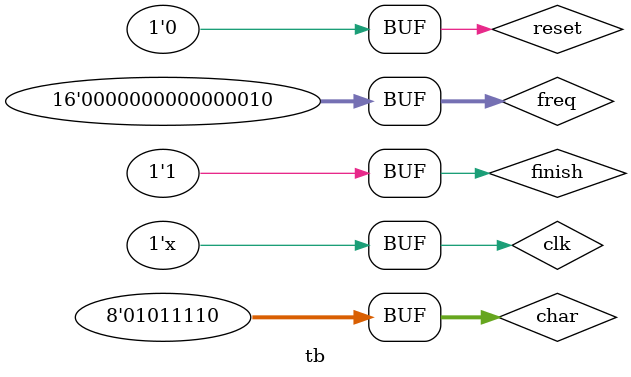
<source format=v>
`timescale 1ns / 1ps

module tb;

	// Inputs
	reg clk;
	reg reset;
	reg [7:0] char;
	reg [15:0] freq;
	reg finish;

	// Outputs
	wire [1:0] format_type;
	wire [3:0] error_code;

   always @(posedge clk) begin
      if (!reset && !finish) begin
         $display("%d", format_type);
      end
   end

	// Instantiate the Unit Under Test (UUT)
	cpu_checker uut (
		.clk(clk),
		.reset(reset),
		.char(char),
		.format_type(format_type)
	);

	initial begin
		// Initialize Inputs
		clk = 0;
		reset = 1;
		char = 0;
		freq = 2;
		finish = 0;

		#10 reset = 0;//^ 1 0 2 4 @ 0 0 0 0 3 0 f c : $ 2 < = 8 9 a b c d e f # ^ 6 4
#2 char = "^";
#2 char = "1";
#2 char = "0";
#2 char = "2";
#2 char = "4";
#2 char = "@";
#2 char = "0";
#2 char = "0";
#2 char = "0";
#2 char = "0";
#2 char = "3";
#2 char = "0";
#2 char = "f";
#2 char = "c";
#2 char = ":";
#2 char = " ";
#2 char = " ";
#2 char = " ";
#2 char = " ";
#2 char = "$";
#2 char = "2";
#2 char = " ";
#2 char = " ";
#2 char = " ";
#2 char = "<";
#2 char = "=";
#2 char = " ";
#2 char = " ";
#2 char = " ";
#2 char = " ";
#2 char = "8";
#2 char = "9";
#2 char = "a";
#2 char = "b";
#2 char = "c";
#2 char = "d";
#2 char = "e";
#2 char = "f";
#2 char = "#";
#2 char = "6";
#2 char = "4";
#2 char = "#";
#2 char = "^";

		#20
		finish = 1;
	end

    always #1 clk = ~clk;

endmodule


</source>
